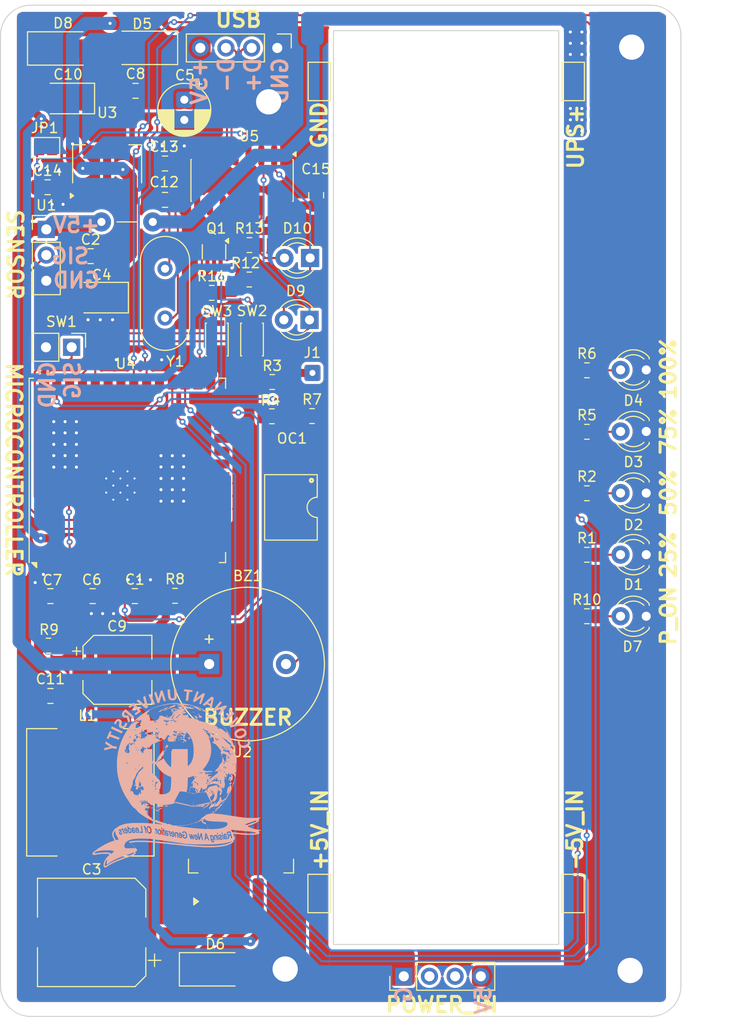
<source format=kicad_pcb>
(kicad_pcb (version 20241229) (generator "pcbnew") (generator_version "9.0")
  (layers (0 "F.Cu" signal) (2 "B.Cu" signal) (13 "F.Paste" user) (15 "B.Paste" user) (5 "F.SilkS" user "F.Silkscreen") (7 "B.SilkS" user "B.Silkscreen") (1 "F.Mask" user) (3 "B.Mask" user) (25 "Edge.Cuts" user))
  (net 0 "")
  (net 1 "Net-(BZ1--)")
  (net 2 "VCC")
  (net 3 "GND")
  (net 4 "/GPIO34")
  (net 5 "/EN")
  (net 6 "+3.3V")
  (net 7 "Net-(D8-A)")
  (net 8 "Net-(U5-Xi)")
  (net 9 "Net-(U5-Xo)")
  (net 10 "Net-(JP1-A)")
  (net 11 "Net-(D1-A)")
  (net 12 "Net-(D2-A)")
  (net 13 "Net-(D3-A)")
  (net 14 "Net-(D4-A)")
  (net 15 "Net-(D6-K)")
  (net 16 "Net-(D7-A)")
  (net 17 "/GPIO1{slash}TX")
  (net 18 "Net-(D9-A)")
  (net 19 "Net-(D10-A)")
  (net 20 "/GPIO3{slash}RX")
  (net 21 "+BATT")
  (net 22 "/+")
  (net 23 "/-")
  (net 24 "Net-(OC1-Pad1)")
  (net 25 "/RTS")
  (net 26 "/DTR")
  (net 27 "/GPIO0")
  (net 28 "/GPIO16")
  (net 29 "/GPIO17")
  (net 30 "/GPIO18")
  (net 31 "/GPIO19")
  (net 32 "/GPIO23")
  (net 33 "/GPIO27")
  (net 34 "/GPIO2")
  (net 35 "/GPIO26")
  (net 36 "/SCL")
  (net 38 "/GPIO35")
  (net 40 "/GPIO25")
  (net 41 "/GPIO14")
  (net 43 "/GPIO15")
  (net 46 "/CS")
  (net 47 "/GPIO4")
  (net 48 "/GPIO13")
  (net 49 "/GPIO12")
  (net 50 "/GPIO39")
  (net 51 "/SDA")
  (net 52 "/GPIO33")
  (net 54 "/GPIO36")
  (net 56 "/GPIO32")
  (net 62 "Net-(D5-K)")
  (net 63 "Net-(J10-Pin_1)")
  (net 64 "Net-(J10-Pin_4)")
  (footprint "Resistor_SMD:R_0805_2012Metric" (layer "F.Cu") (at 163.5775 95.49)
    (property "Reference" "R6")
    (property "Value" "330R")
  )
  (footprint "Button_Switch_SMD:SW_SPST_CK_KXT3" (layer "F.Cu") (at 126.96 92.445 90)
    (property "Reference" "SW3")
    (property "Value" "FLASH")
  )
  (footprint "Diode_SMD:D_SMA" (layer "F.Cu") (at 119.57 63.59 180)
    (property "Reference" "D5")
    (property "Value" "1N5819")
  )
  (footprint "Crystal:Crystal_HC49-4H_Vertical" (layer "F.Cu") (at 121.83 85.44 -90)
    (property "Reference" "Y1")
    (property "Value" "12MHz")
  )
  (footprint "Capacitor_SMD:C_0805_2012Metric_Pad1.18x1.45mm_HandSolder" (layer "F.Cu") (at 114.666667 117.83 180)
    (property "Reference" "C6")
    (property "Value" "470nF")
  )
  (footprint "Package_SO:SOIC-16_3.9x9.9mm_P1.27mm" (layer "F.Cu") (at 129.455 76.71 -90)
    (property "Reference" "U5")
    (property "Value" "CH340C")
  )
  (footprint "Resistor_SMD:R_0805_2012Metric" (layer "F.Cu") (at 122.82 117.8)
    (property "Reference" "R8")
    (property "Value" "330R")
  )
  (footprint "Capacitor_Tantalum_SMD:CP_EIA-3528-21_Kemet-B_HandSolder" (layer "F.Cu") (at 115.56 88.3 180)
    (property "Reference" "C4")
    (property "Value" "4.7uF/16V")
  )
  (footprint "LED_THT:LED_D3.0mm" (layer "F.Cu") (at 136.19 84.38 180)
    (property "Reference" "D10")
    (property "Value" "Green")
  )
  (footprint "Capacitor_SMD:C_0805_2012Metric_Pad1.18x1.45mm_HandSolder" (layer "F.Cu") (at 118.843333 117.83 180)
    (property "Reference" "C1")
    (property "Value" "100nF")
  )
  (footprint "Resistor_SMD:R_0805_2012Metric" (layer "F.Cu") (at 136.38 100.02)
    (property "Reference" "R7")
    (property "Value" "10k")
  )
  (footprint "Resistor_SMD:R_0805_2012Metric" (layer "F.Cu") (at 130.17 86.51)
    (property "Reference" "R12")
    (property "Value" "330R")
  )
  (footprint "Capacitor_SMD:C_0805_2012Metric_Pad1.18x1.45mm_HandSolder" (layer "F.Cu") (at 118.9125 67.84)
    (property "Reference" "C8")
    (property "Value" "100nF")
  )
  (footprint "TestPoint:TestPoint_Keystone_5015_Micro_Mini" (layer "F.Cu") (at 162.21 147.25 90)
    (property "Reference" "J4" (hide yes))
    (property "Value" "-IN")
  )
  (footprint "Buzzer_Beeper:Buzzer_15x7.5RM7.6" (layer "F.Cu") (at 126.2025 124.55)
    (property "Reference" "BZ1")
    (property "Value" "Buzzer")
  )
  (footprint "Capacitor_SMD:C_0805_2012Metric_Pad1.18x1.45mm_HandSolder" (layer "F.Cu") (at 110.21 77.38 180)
    (property "Reference" "C14")
    (property "Value" "100nF")
  )
  (footprint "Capacitor_SMD:C_0805_2012Metric_Pad1.18x1.45mm_HandSolder" (layer "F.Cu") (at 121.83 75.03 180)
    (property "Reference" "C13")
    (property "Value" "22pF")
  )
  (footprint "Connector_PinHeader_2.54mm:PinHeader_1x03_P2.54mm_Vertical" (layer "F.Cu") (at 110.08 81.55)
    (property "Reference" "U1")
    (property "Value" "PIR_Sensor")
  )
  (footprint "Resistor_SMD:R_0805_2012Metric" (layer "F.Cu") (at 110.29 122.73 180)
    (property "Reference" "R9")
    (property "Value" "10k")
  )
  (footprint "Resistor_SMD:R_0805_2012Metric" (layer "F.Cu") (at 163.5775 101.5725)
    (property "Reference" "R5")
    (property "Value" "330R")
  )
  (footprint "Package_TO_SOT_SMD:SOT-363_SC-70-6" (layer "F.Cu") (at 126.68 83.76 -90)
    (property "Reference" "Q1")
    (property "Value" "UMH3N")
  )
  (footprint "Diode_SMD:D_SMA" (layer "F.Cu") (at 126.76 154.75)
    (property "Reference" "D6")
    (property "Value" "1N5824")
  )
  (footprint "Capacitor_SMD:C_0805_2012Metric_Pad1.18x1.45mm_HandSolder" (layer "F.Cu") (at 110.49 127.71)
    (property "Reference" "C11")
    (property "Value" "100nF")
  )
  (footprint "TestPoint:TestPoint_Keystone_5015_Micro_Mini" (layer "F.Cu") (at 162.23 66.915 90)
    (property "Reference" "J7" (hide yes))
    (property "Value" "+5V")
  )
  (footprint "Jumper:SolderJumper-2_P1.3mm_Open_Pad1.0x1.5mm" (layer "F.Cu") (at 110.01 73.46)
    (property "Reference" "JP1")
    (property "Value" "~")
  )
  (footprint "MountingHole:MountingHole_2.5mm_Pad" (layer "F.Cu") (at 132.09 68.93)
    (property "Reference" "REF**" (hide yes))
    (property "Value" "MountingHole_2.5mm_Pad")
  )
  (footprint "Capacitor_SMD:CP_Elec_10x12.5" (layer "F.Cu") (at 114.57 151.1 180)
    (property "Reference" "C3")
    (property "Value" "680uF_35V")
  )
  (footprint "MountingHole:MountingHole_2.5mm_Pad" (layer "F.Cu") (at 133.72 154.72)
    (property "Reference" "REF**" (hide yes))
    (property "Value" "MountingHole_2.5mm_Pad")
  )
  (footprint "Connector_PinHeader_2.54mm:PinHeader_1x04_P2.54mm_Vertical" (layer "F.Cu") (at 132.94 63.6 -90)
    (property "Reference" "J9" (hide yes))
    (property "Value" "USB_C Conn")
  )
  (footprint "Capacitor_SMD:C_0805_2012Metric_Pad1.18x1.45mm_HandSolder" (layer "F.Cu") (at 121.83 78.63 180)
    (property "Reference" "C12")
    (property "Value" "22pF")
  )
  (footprint "LED_THT:LED_D3.0mm" (layer "F.Cu") (at 169.45 95.45 180)
    (property "Reference" "D4")
    (property "Value" "Red")
  )
  (footprint "Package_TO_SOT_SMD:TO-263-5_TabPin6" (layer "F.Cu") (at 129.35 140.39 90)
    (property "Reference" "U2")
    (property "Value" "LM2596S-3.3V")
  )
  (footprint "Capacitor_SMD:C_0805_2012Metric_Pad1.18x1.45mm_HandSolder" (layer "F.Cu") (at 136.79 78.17 90)
    (property "Reference" "C15")
    (property "Value" "100nF")
  )
  (footprint "Connector_Wire:SolderWire-0.1sqmm_1x01_D0.4mm_OD1mm" (layer "F.Cu") (at 136.42 95.75)
    (property "Reference" "J1")
    (property "Value" "BSENS")
  )
  (footprint "RF_Module:ESP32-WROOM-32U" (layer "F.Cu") (at 118.105 105.39 90)
    (property "Reference" "U4")
    (property "Value" "ESP32-WROOM")
  )
  (footprint "Resistor_SMD:R_0805_2012Metric" (layer "F.Cu") (at 163.5775 107.655)
    (property "Reference" "R2")
    (property "Value" "330R")
  )
  (footprint "TestPoint:TestPoint_Keystone_5015_Micro_Mini" (layer "F.Cu") (at 137.095 66.915 90)
    (property "Reference" "J8" (hide yes))
    (property "Value" "-5V")
  )
  (footprint "Capacitor_Tantalum_SMD:CP_EIA-3528-21_Kemet-B_HandSolder" (layer "F.Cu") (at 112.2125 68.6 180)
    (property "Reference" "C10")
    (property "Value" "4.7uF/16V")
  )
  (footprint "Resistor_SMD:R_0805_2012Metric" (layer "F.Cu") (at 163.5775 113.7375)
    (property "Reference" "R1")
    (property "Value" "330R")
  )
  (footprint "Diode_SMD:D_SMA" (layer "F.Cu") (at 111.7325 63.65)
    (property "Reference" "D8")
    (property "Value" "1N5819")
  )
  (footprint "LED_THT:LED_D3.0mm" (layer "F.Cu") (at 136.13 90.5 180)
    (property "Reference" "D9")
    (property "Value" "Red")
  )
  (footprint "Button_Switch_SMD:SW_SPST_CK_KXT3" (layer "F.Cu") (at 130.44 92.445 90)
    (property "Reference" "SW2")
    (property "Value" "RESET")
  )
  (footprint "Package_TO_SOT_SMD:SOT-223-3_TabPin2" (layer "F.Cu") (at 116.1 75.09 90)
    (property "Reference" "U3")
    (property "Value" "AMS1117-3.3")
  )
  (footprint "Capacitor_THT:CP_Radial_D5.0mm_P2.00mm" (layer "F.Cu") (at 123.74 68.72 -90)
    (property "Reference" "C5")
    (property "Value" "10uF_16V")
  )
  (footprint "LED_THT:LED_D3.0mm" (layer "F.Cu") (at 169.45 113.7275 180)
    (property "Reference" "D1")
    (property "Value" "Red")
  )
  (footprint "MountingHole:MountingHole_2.5mm_Pad" (layer "F.Cu") (at 167.86 154.865)
    (property "Reference" "REF**" (hide yes))
    (property "Value" "MountingHole_2.5mm_Pad")
  )
  (footprint "Resistor_SMD:R_0805_2012Metric" (layer "F.Cu") (at 132.44 96.65 180)
    (property "Reference" "R3")
    (property "Value" "10k")
  )
  (footprint "Resistor_SMD:R_0805_2012Metric" (layer "F.Cu") (at 163.5775 119.82)
    (property "Reference" "R10")
    (property "Value" "330R")
  )
  (footprint "Resistor_SMD:R_0805_2012Metric" (layer "F.Cu") (at 132.4075 100.04 180)
    (property "Reference" "R4")
    (property "Value" "20k")
  )
  (footprint "Resistor_SMD:R_0805_2012Metric" (layer "F.Cu") (at 130.1875 83.1)
    (property "Reference" "R13")
    (property "Value" "330R")
  )
  (footprint "LED_THT:LED_D3.0mm" (layer "F.Cu") (at 169.45 107.635 180)
    (property "Reference" "D2")
    (property "Value" "Red")
  )
  (footprint "Inductor_SMD:L_12x12mm_H6mm" (layer "F.Cu") (at 114.44 137.24 90)
    (property "Reference" "L1")
    (property "Value" "33uH")
  )
  (footprint "Connector_PinHeader_2.54mm:PinHeader_1x04_P2.54mm_Vertical" (layer "F.Cu") (at 145.46 155.44 90)
    (property "Reference" "J10" (hide yes))
    (property "Value" "USB_C Conn")
  )
  (footprint "Capacitor_SMD:CP_Elec_6.3x7.7" (layer "F.Cu") (at 117.12 125.12)
    (property "Reference" "C9")
    (property "Value" "220uF_16V")
  )
  (footprint "Capacitor_SMD:C_0805_2012Metric_Pad1.18x1.45mm_HandSolder" (layer "F.Cu") (at 114.47 84.2 180)
    (property "Reference" "C2")
    (property "Value" "100nF")
  )
  (footprint "PCM_Package_DIP_AKL:SMDIP-4_W9.53mm" (layer "F.Cu") (at 134.29 109.05 -90)
    (property "Reference" "OC1")
    (property "Value" "PC817XI" (hide yes))
  )
  (footprint "TestPoint:TestPoint_Keystone_5015_Micro_Mini" (layer "F.Cu") (at 137.07 147.25 90)
    (property "Reference" "J3" (hide yes))
    (property "Value" "+IN")
  )
  (footprint "Connector_PinHeader_2.54mm:PinHeader_1x02_P2.54mm_Vertical" (layer "F.Cu") (at 112.59 93.21 -90)
    (property "Reference" "SW1")
    (property "Value" "SW_Push")
  )
  (footprint "Capacitor_SMD:C_0805_2012Metric_Pad1.18x1.45mm_HandSolder" (layer "F.Cu") (at 110.49 117.83)
    (property "Reference" "C7")
    (property "Value" "100nF")
  )
  (footprint "LED_THT:LED_D3.0mm" (layer "F.Cu") (at 169.45 119.82 180)
    (property "Reference" "D7")
    (property "Value" "Red")
  )
  (footprint "PCM_SL_Jumpers:JUP_P5.08mm" (layer "F.Cu") (at 118.08 80.81)
    (property "Reference" "REF**" (hide yes))
    (property "Value" "JUP_P5.08mm")
  )
  (footprint "MountingHole:MountingHole_2.5mm_Pad" (layer "F.Cu") (at 168.01 63.52)
    (property "Reference" "REF**" (hide yes))
    (property "Value" "MountingHole_2.5mm_Pad")
  )
  (footprint "Resistor_SMD:R_0805_2012Metric" (layer "F.Cu") (at 126.45 87.83)
    (property "Reference" "R11")
    (property "Value" "10k")
  )
  (footprint "LED_THT:LED_D3.0mm" (layer "F.Cu") (at 169.45 101.5425 180)
    (property "Reference" "D3")
    (property "Value" "Red")
  )
  (footprint "logo:CULogo" (layer "B.Cu") (at 122.89 135.69 180)
    (property "Reference" "G***" (hide yes))
    (property "Value" "LOGO" (hide yes))
  )
  (gr_line (start 172.88 62.37) (end 172.88 156.41) (stroke (width 0.1)) (layer "Edge.Cuts"))
  (gr_line (start 108.55 59.37) (end 169.88 59.37) (stroke (width 0.1)) (layer "Edge.Cuts"))
  (gr_line (start 169.88 159.41) (end 108.55 159.41) (stroke (width 0.1)) (layer "Edge.Cuts"))
  (gr_arc (start 105.55 62.37) (mid 106.42868 60.24868) (end 108.55 59.37) (stroke (width 0.1)) (layer "Edge.Cuts"))
  (gr_rect (start 138.495 61.89) (end 160.795 152.29) (stroke (width 0.1)) (fill no) (layer "Edge.Cuts"))
  (gr_arc (start 169.88 59.37) (mid 172.00132 60.24868) (end 172.88 62.37) (stroke (width 0.1)) (layer "Edge.Cuts"))
  (gr_line (start 105.55 156.41) (end 105.55 62.37) (stroke (width 0.1)) (layer "Edge.Cuts"))
  (gr_arc (start 172.88 156.41) (mid 172.00132 158.53132) (end 169.88 159.41) (stroke (width 0.1)) (layer "Edge.Cuts"))
  (gr_arc (start 108.55 159.41) (mid 106.42868 158.53132) (end 105.55 156.41) (stroke (width 0.1)) (layer "Edge.Cuts"))
  (gr_text "25%" (at 172.52 116.2 90) (layer "F.SilkS") (effects (font (size 1.5 1.5) (thickness 0.3) (bold yes)) (justify left bottom)))
  (gr_text "MICROCONTROLLER" (at 105.99 94.57 270) (layer "F.SilkS") (effects (font (size 1.5 1.5) (thickness 0.3) (bold yes)) (justify left bottom)))
  (gr_text "USB" (at 126.65 61.67 0) (layer "F.SilkS") (effects (font (size 1.5 1.5) (thickness 0.3) (bold yes)) (justify left bottom)))
  (gr_text "P_ON" (at 172.52 122.85 90) (layer "F.SilkS") (effects (font (size 1.5 1.5) (thickness 0.3) (bold yes)) (justify left bottom)))
  (gr_text "100%" (at 172.52 98.57 90) (layer "F.SilkS") (effects (font (size 1.5 1.5) (thickness 0.3) (bold yes)) (justify left bottom)))
  (gr_text "50%" (at 172.52 110.09 90) (layer "F.SilkS") (effects (font (size 1.5 1.5) (thickness 0.3) (bold yes)) (justify left bottom)))
  (gr_text "POWER_IN" (at 143.5 159.13 0) (layer "F.SilkS") (effects (font (size 1.5 1.5) (thickness 0.3) (bold yes)) (justify left bottom)))
  (gr_text "-5V_IN" (at 163.27 145.14 90) (layer "F.SilkS") (effects (font (size 1.5 1.5) (thickness 0.3) (bold yes)) (justify left bottom)))
  (gr_text "GND" (at 137.96 73.72 90) (layer "F.SilkS") (effects (font (size 1.5 1.5) (thickness 0.3) (bold yes)) (justify left bottom)))
  (gr_text "BUZZER" (at 125.43 130.71 0) (layer "F.SilkS") (effects (font (size 1.5 1.5) (thickness 0.3) (bold yes)) (justify left bottom)))
  (gr_text "UPS+" (at 163.35 75.75 90) (layer "F.SilkS") (effects (font (size 1.5 1.5) (thickness 0.3) (bold yes)) (justify left bottom)))
  (gr_text "75%" (at 172.52 104.01 90) (layer "F.SilkS") (effects (font (size 1.5 1.5) (thickness 0.3) (bold yes)) (justify left bottom)))
  (gr_text "+5V_IN" (at 138.02 145.14 90) (layer "F.SilkS") (effects (font (size 1.5 1.5) (thickness 0.3) (bold yes)) (justify left bottom)))
  (gr_text "SENSOR" (at 106.08 79.42 270) (layer "F.SilkS") (effects (font (size 1.5 1.5) (thickness 0.3) (bold yes)) (justify left bottom)))
  (gr_text "SIG" (at 112.462857 84.19 0) (layer "B.SilkS") (effects (font (size 1.5 1.5) (thickness 0.3) (bold yes)) (justify mirror)))
  (gr_text "5V" (at 153.32 157.82 90) (layer "B.SilkS") (effects (font (size 1.5 1.5) (thickness 0.3) (bold yes)) (justify mirror)))
  (gr_text "GND" (at 110.19 96.934286 90) (layer "B.SilkS") (effects (font (size 1.5 1.5) (thickness 0.3) (bold yes)) (justify mirror)))
  (gr_text "GND" (at 113.07 86.59 0) (layer "B.SilkS") (effects (font (size 1.5 1.5) (thickness 0.3) (bold yes)) (justify mirror)))
  (gr_text "GND" (at 133.22 66.887143 90) (layer "B.SilkS") (effects (font (size 1.5 1.5) (thickness 0.3) (bold yes)) (justify mirror)))
  (gr_text "+5V" (at 125.21 66.887142 90) (layer "B.SilkS") (effects (font (size 1.5 1.5) (thickness 0.3) (bold yes)) (justify mirror)))
  (gr_text "+5V" (at 113.07 81.1 0) (layer "B.SilkS") (effects (font (size 1.5 1.5) (thickness 0.3) (bold yes)) (justify mirror)))
  (gr_text "D-" (at 127.88 66.28 90) (layer "B.SilkS") (effects (font (size 1.5 1.5) (thickness 0.3) (bold yes)) (justify mirror)))
  (gr_text "SIG" (at 112.68 96.47 90) (layer "B.SilkS") (effects (font (size 1.5 1.5) (thickness 0.3) (bold yes)) (justify mirror)))
  (gr_text "D+" (at 130.51 66.28 90) (layer "B.SilkS") (effects (font (size 1.5 1.5) (thickness 0.3) (bold yes)) (justify mirror)))
  (gr_text "G" (at 145.47 157.212857 90) (layer "B.SilkS") (effects (font (size 1.5 1.5) (thickness 0.3) (bold yes)) (justify mirror)))
  (segment (start 134.53 124.55) (end 135.56 123.52) (width 0.2) (layer "F.Cu") (net 1))
  (segment (start 133.8025 124.55) (end 134.53 124.55) (width 0.2) (layer "F.Cu") (net 1))
  (segment (start 135.56 123.52) (end 135.56 113.815) (width 0.2) (layer "F.Cu") (net 1))
  (segment (start 107.39 113) (end 107.38 112.99) (width 1.3) (layer "F.Cu") (net 2))
  (segment (start 113.4425 84.19) (end 113.4425 81.9725) (width 1.3) (layer "F.Cu") (net 2))
  (segment (start 107.38 112.99) (end 107.38 82.75) (width 1.3) (layer "F.Cu") (net 2))
  (segment (start 113.02 81.55) (end 110.08 81.55) (width 1.3) (layer "F.Cu") (net 2))
  (segment (start 113.4425 81.9725) (end 113.02 81.55) (width 1.3) (layer "F.Cu") (net 2))
  (segment (start 113.4425 84.19) (end 113.4425 81.6175) (width 1.3) (layer "F.Cu") (net 2))
  (segment (start 107.39 115.17) (end 107.39 113) (width 1.3) (layer "F.Cu") (net 2))
  (segment (start 113.4325 84.2) (end 113.4425 84.19) (width 1.3) (layer "F.Cu") (net 2))
  (segment (start 115.54 80.81) (end 114.25 80.81) (width 1.3) (layer "F.Cu") (net 2))
  (segment (start 107.38 82.75) (end 108.58 81.55) (width 1.3) (layer "F.Cu") (net 2))
  (segment (start 113.4425 81.6175) (end 114.25 80.81) (width 1.3) (layer "F.Cu") (net 2))
  (segment (start 108.58 81.55) (end 110.08 81.55) (width 1.3) (layer "F.Cu") (net 2))
  (segment (start 114.25 80.81) (end 110.82 80.81) (width 1.3) (layer "F.Cu") (net 2))
  (segment (start 110.82 80.81) (end 110.08 81.55) (width 1.3) (layer "F.Cu") (net 2))
  (via (at 161.94 71.81) (size 1) (drill 0.3) (layers "F.Cu" "B.Cu") (net 2))
  (via (at 163.08 62.02) (size 1) (drill 0.3) (layers "F.Cu" "B.Cu") (net 2))
  (via (at 161.94 70.71) (size 1) (drill 0.3) (layers "F.Cu" "B.Cu") (net 2))
  (via (at 163.08 63.14) (size 1) (drill 0.3) (layers "F.Cu" "B.Cu") (net 2))
  (via (at 161.94 62.02) (size 1) (drill 0.3) (layers "F.Cu" "B.Cu") (net 2))
  (via (at 161.94 69.59) (size 1) (drill 0.3) (layers "F.Cu" "B.Cu") (net 2))
  (via (at 107.39 115.17) (size 1) (drill 0.3) (layers "F.Cu" "B.Cu") (net 2))
  (via (at 161.94 63.14) (size 1) (drill 0.3) (layers "F.Cu" "B.Cu") (net 2))
  (via (at 163.08 64.24) (size 1) (drill 0.3) (layers "F.Cu" "B.Cu") (net 2))
  (via (at 163.08 69.59) (size 1) (drill 0.3) (layers "F.Cu" "B.Cu") (net 2))
  (via (at 161.94 64.24) (size 1) (drill 0.3) (layers "F.Cu" "B.Cu") (net 2))
  (via (at 163.08 71.81) (size 1) (drill 0.3) (layers "F.Cu" "B.Cu") (net 2))
  (via (at 163.08 70.71) (size 1) (drill 0.3) (layers "F.Cu" "B.Cu") (net 2))
  (segment (start 107.39 122.3) (end 109.64 124.55) (width 1.3) (layer "B.Cu") (net 2))
  (segment (start 107.39 115.17) (end 107.39 122.3) (width 1.3) (layer "B.Cu") (net 2))
  (segment (start 133.79 74.22) (end 136.47 71.54) (width 1.3) (layer "B.Cu") (net 2))
  (segment (start 130.78 74.22) (end 133.79 74.22) (width 1.3) (layer "B.Cu") (net 2))
  (segment (start 110.82 80.81) (end 110.08 81.55) (width 1.3) (layer "B.Cu") (net 2))
  (segment (start 115.54 80.81) (end 110.82 80.81) (width 1.3) (layer "B.Cu") (net 2))
  (segment (start 137.281 60.739) (end 161.27176 60.739) (width 1.3) (layer "B.Cu") (net 2))
  (segment (start 124.19 80.81) (end 130.78 74.22) (width 1.3) (layer "B.Cu") (net 2))
  (segment (start 109.64 124.55) (end 126.2025 124.55) (width 1.3) (layer "B.Cu") (net 2))
  (segment (start 120.62 80.81) (end 124.19 80.81) (width 1.3) (layer "B.Cu") (net 2))
  (segment (start 136.47 61.55) (end 137.281 60.739) (width 1.3) (layer "B.Cu") (net 2))
  (segment (start 136.47 71.54) (end 136.47 61.55) (width 1.3) (layer "B.Cu") (net 2))
  (segment (start 161.946 61.41324) (end 161.946 62.014) (width 1.3) (layer "B.Cu") (net 2))
  (segment (start 161.27176 60.739) (end 161.946 61.41324) (width 1.3) (layer "B.Cu") (net 2))
  (via (at 123.67 105.05) (size 1) (drill 0.3) (layers "F.Cu" "B.Cu") (net 3))
  (via (at 123.67 107.3) (size 1) (drill 0.3) (layers "F.Cu" "B.Cu") (net 3))
  (via (at 111.94 101.68) (size 1) (drill 0.3) (layers "F.Cu" "B.Cu") (net 3))
  (via (at 122.62 73.29) (size 1) (drill 0.3) (layers "F.Cu" "B.Cu") (net 3))
  (via (at 113.06 100.57) (size 1) (drill 0.3) (layers "F.Cu" "B.Cu") (net 3))
  (via (at 111.94 105.07) (size 1) (drill 0.3) (layers "F.Cu" "B.Cu") (net 3))
  (via (at 116.74 119.56) (size 1) (drill 0.3) (layers "F.Cu" "B.Cu") (net 3))
  (via (at 122.55 105.05) (size 1) (drill 0.3) (layers "F.Cu" "B.Cu") (net 3))
  (via (at 110.82 102.82) (size 1) (drill 0.3) (layers "F.Cu" "B.Cu") (net 3))
  (via (at 123.67 103.94) (size 1) (drill 0.3) (layers "F.Cu" "B.Cu") (net 3))
  (via (at 122.55 107.3) (size 1) (drill 0.3) (layers "F.Cu" "B.Cu") (net 3))
  (via (at 120.39 116.21) (size 1) (drill 0.3) (layers "F.Cu" "B.Cu") (net 3))
  (via (at 111.94 102.82) (size 1) (drill 0.3) (layers "F.Cu" "B.Cu") (net 3))
  (via (at 121.43 105.05) (size 1) (drill 0.3) (layers "F.Cu" "B.Cu") (net 3))
  (via (at 123.74 73.29) (size 1) (drill 0.3) (layers "F.Cu" "B.Cu") (net 3))
  (via (at 113.06 101.68) (size 1) (drill 0.3) (layers "F.Cu" "B.Cu") (net 3))
  (via (at 111.94 100.57) (size 1) (drill 0.3) (layers "F.Cu" "B.Cu") (net 3))
  (via (at 113.06 103.93) (size 1) (drill 0.3) (layers "F.Cu" "B.Cu") (net 3))
  (via (at 110.82 101.68) (size 1) (drill 0.3) (layers "F.Cu" "B.Cu") (net 3))
  (via (at 123.67 106.19) (size 1) (drill 0.3) (layers "F.Cu" "B.Cu") (net 3))
  (via (at 121.43 108.44) (size 1) (drill 0.3) (layers "F.Cu" "B.Cu") (net 3))
  (via (at 116.64 90.49) (size 1) (drill 0.3) (layers "F.Cu" "B.Cu") (net 3))
  (via (at 122.55 106.19) (size 1) (drill 0.3) (layers "F.Cu" "B.Cu") (net 3))
  (via (at 111.32 75.73) (size 1) (drill 0.3) (layers "F.Cu" "B.Cu") (net 3))
  (via (at 113.06 105.07) (size 1) (drill 0.3) (layers "F.Cu" "B.Cu") (net 3))
  (via (at 122.55 103.94) (size 1) (drill 0.3) (layers "F.Cu" "B.Cu") (net 3))
  (via (at 121.5 94.45) (size 1) (drill 0.3) (layers "F.Cu" "B.Cu") (net 3))
  (via (at 114.54 119.56) (size 1) (drill 0.3) (layers "F.Cu" "B.Cu") (net 3))
  (via (at 123.67 108.44) (size 1) (drill 0.3) (layers "F.Cu" "B.Cu") (net 3))
  (via (at 110.82 105.07) (size 1) (drill 0.3) (layers "F.Cu" "B.Cu") (net 3))
  (via (at 118.19 116.21) (size 1) (drill 0.3) (layers "F.Cu" "B.Cu") (net 3))
  (via (at 115.42 90.49) (size 1) (drill 0.3) (layers "F.Cu" "B.Cu") (net 3))
  (via (at 111.94 103.93) (size 1) (drill 0.3) (layers "F.Cu" "B.Cu") (net 3))
  (via (at 110.65 79.07) (size 1) (drill 0.3) (layers "F.Cu" "B.Cu") (net 3))
  (via (at 111.74 79.07) (size 1) (drill 0.3) (layers "F.Cu" "B.Cu") (net 3))
  (via (at 121.55 73.29) (size 1) (drill 0.3) (layers "F.Cu" "B.Cu") (net 3))
  (via (at 110.82 100.57) (size 1) (drill 0.3) (layers "F.Cu" "B.Cu") (net 3))
  (via (at 121.43 107.3) (size 1) (drill 0.3) (layers "F.Cu" "B.Cu") (net 3))
  (via (at 110.22 75.73) (size 1) (drill 0.3) (layers "F.Cu" "B.Cu") (net 3))
  (via (at 108.98 116.49) (size 1) (drill 0.3) (layers "F.Cu" "B.Cu") (net 3))
  (via (at 114.21 90.49) (size 1) (drill 0.3) (layers "F.Cu" "B.Cu") (net 3))
  (via (at 110.82 103.93) (size 1) (drill 0.3) (layers "F.Cu" "B.Cu") (net 3))
  (via (at 115.66 119.56) (size 1) (drill 0.3) (layers "F.Cu" "B.Cu") (net 3))
  (via (at 113.06 102.82) (size 1) (drill 0.3) (layers "F.Cu" "B.Cu") (net 3))
  (via (at 117.01 94.44) (size 1) (drill 0.3) (layers "F.Cu" "B.Cu") (net 3))
  (via (at 121.43 103.94) (size 1) (drill 0.3) (layers "F.Cu" "B.Cu") (net 3))
  (via (at 109.79 115.68) (size 1) (drill 0.3) (layers "F.Cu" "B.Cu") (net 3))
  (via (at 121.43 106.19) (size 1) (drill 0.3) (layers "F.Cu" "B.Cu") (net 3))
  (via (at 122.55 108.44) (size 1) (drill 0.3) (layers "F.Cu" "B.Cu") (net 3))
  (via (at 119.31 116.21) (size 1) (drill 0.3) (layers "F.Cu" "B.Cu") (net 3))
  (segment (start 116.2 116.224167) (end 116.2 114.14) (width 0.2) (layer "F.Cu") (net 4))
  (segment (start 117.805833 117.83) (end 116.2 116.224167) (width 0.2) (layer "F.Cu") (net 4))
  (segment (start 117.85 117.874167) (end 117.805833 117.83) (width 0.2) (layer "F.Cu") (net 4))
  (segment (start 131.495 100.04) (end 131.495 117.865) (width 0.2) (layer "F.Cu") (net 4))
  (segment (start 117.85 119.23) (end 117.85 117.874167) (width 0.2) (layer "F.Cu") (net 4))
  (segment (start 129.24 120.12) (end 123.23 120.12) (width 0.2) (layer "F.Cu") (net 4))
  (segment (start 131.495 100.04) (end 131.495 96.6825) (width 0.2) (layer "F.Cu") (net 4))
  (segment (start 131.495 117.865) (end 130.05 119.31) (width 0.2) (layer "F.Cu") (net 4))
  (segment (start 131.495 96.6825) (end 131.5275 96.65) (width 0.2) (layer "F.Cu") (net 4))
  (segment (start 130.05 119.31) (end 129.24 120.12) (width 0.2) (layer "F.Cu") (net 4))
  (via (at 123.23 120.12) (size 0.6) (drill 0.3) (layers "F.Cu" "B.Cu") (net 4))
  (via (at 117.85 119.23) (size 0.6) (drill 0.3) (layers "F.Cu" "B.Cu") (net 4))
  (segment (start 117.85 119.65) (end 117.85 119.23) (width 0.2) (layer "B.Cu") (net 4))
  (segment (start 118.32 120.12) (end 117.91 119.71) (width 0.2) (layer "B.Cu") (net 4))
  (segment (start 123.23 120.12) (end 118.32 120.12) (width 0.2) (layer "B.Cu") (net 4))
  (segment (start 117.91 119.71) (end 117.85 119.65) (width 0.2) (layer "B.Cu") (net 4))
  (segment (start 121.305 98.385) (end 121.305 98.398) (width 0.2) (layer "F.Cu") (net 5))
  (segment (start 130.44 90.82) (end 130.44 88.93) (width 0.2) (layer "F.Cu") (net 5))
  (segment (start 113.629167 119.100833) (end 113.629167 117.83) (width 0.2) (layer "F.Cu") (net 5))
  (segment (start 113.629167 116.929167) (end 113.629167 117.83) (width 0.2) (layer "F.Cu") (net 5))
  (segment (start 130.44 88.93) (end 130 88.49) (width 0.2) (layer "F.Cu") (net 5))
  (segment (start 112.33 107.373) (end 112.33 109.51) (width 0.2) (layer "F.Cu") (net 5))
  (segment (start 112.39 112.47) (end 112.39 114.14) (width 0.2) (layer "F.Cu") (net 5))
  (segment (start 127.39 85.7) (end 127.33 85.64) (width 0.2) (layer "F.Cu") (net 5))
  (segment (start 112.39 114.14) (end 112.39 115.69) (width 0.2) (layer "F.Cu") (net 5))
  (segment (start 112.39 115.69) (end 113.629167 116.929167) (width 0.2) (layer "F.Cu") (net 5))
  (segment (start 111.2025 121.5275) (end 113.629167 119.100833) (width 0.2) (layer "F.Cu") (net 5))
  (segment (start 127.33 85.64) (end 127.33 84.71) (width 0.2) (layer "F.Cu") (net 5))
  (segment (start 121.305 98.398) (end 112.33 107.373) (width 0.2) (layer "F.Cu") (net 5))
  (segment (start 111.2025 122.73) (end 111.2025 121.5275) (width 0.2) (layer "F.Cu") (net 5))
  (segment (start 127.39 86.33) (end 127.39 85.7) (width 0.2) (layer "F.Cu") (net 5))
  (via (at 127.39 86.33) (size 0.6) (drill 0.3) (layers "F.Cu" "B.Cu") (net 5))
  (via (at 112.33 109.51) (size 0.6) (drill 0.3) (layers "F.Cu" "B.Cu") (net 5))
  (via (at 121.305 98.385) (size 0.6) (drill 0.3) (layers "F.Cu" "B.Cu") (net 5))
  (via (at 130 88.49) (size 0.6) (drill 0.3) (layers "F.Cu" "B.Cu") (net 5))
  (via (at 112.39 112.47) (size 0.6) (drill 0.3) (layers "F.Cu" "B.Cu") (net 5))
  (segment (start 130 88.49) (end 127.39 88.49) (width 0.2) (layer "B.Cu") (net 5))
  (segment (start 130 88.49) (end 130 88.31) (width 0.2) (layer "B.Cu") (net 5))
  (segment (start 127.39 88.49) (end 127.39 86.33) (width 0.2) (layer "B.Cu") (net 5))
  (segment (start 121.305 98.385) (end 121.995 97.695) (width 0.2) (layer "B.Cu") (net 5))
  (segment (start 127.39 96.26) (end 127.39 88.49) (width 0.2) (layer "B.Cu") (net 5))
  (segment (start 112.33 109.51) (end 112.33 112.41) (width 0.2) (layer "B.Cu") (net 5))
  (segment (start 112.33 112.41) (end 112.39 112.47) (width 0.2) (layer "B.Cu") (net 5))
  (segment (start 125.955 97.695) (end 127.39 96.26) (width 0.2) (layer "B.Cu") (net 5))
  (segment (start 121.995 97.695) (end 125.955 97.695) (width 0.2) (layer "B.Cu") (net 5))
  (segment (start 110.66 71.68) (end 110.66 73.46) (width 0.8) (layer "F.Cu") (net 6))
  (segment (start 111.5275 127.71) (end 113.48 127.71) (width 0.8) (layer "F.Cu") (net 6))
  (segment (start 129.2575 86.51) (end 129.2575 85.4) (width 0.8) (layer "F.Cu") (net 6))
  (segment (start 111.12 112.808) (end 110.422 112.11) (width 0.8) (layer "F.Cu") (net 6))
  (segment (start 111.5275 116.7525) (end 111.5275 117.83) (width 0.8) (layer "F.Cu") (net 6))
  (segment (start 120.9 121.07) (end 121.9075 120.0625) (width 0.8) (layer "F.Cu") (net 6))
  (segment (start 130.15237 81.699) (end 133.491 81.699) (width 0.8) (layer "F.Cu") (net 6))
  (segment (start 113.48 127.71) (end 114.44 128.67) (width 0.8) (layer "F.Cu") (net 6))
  (segment (start 109.3775 120.9525) (end 111.5275 118.8025) (width 0.8) (layer "F.Cu") (net 6))
  (segment (start 114.44 129.52) (end 114.44 132.29) (width 0.8) (layer "F.Cu") (net 6))
  (segment (start 111.5275 127.71) (end 113.67 127.71) (width 0.8) (layer "F.Cu") (net 6))
  (segment (start 129.275 83.1) (end 129.275 82.57637) (width 0.8) (layer "F.Cu") (net 6))
  (segment (start 136.7675 79.185) (end 136.79 79.2075) (width 0.8) (layer "F.Cu") (net 6))
  (segment (start 109.59 70.61) (end 110.66 71.68) (width 0.8) (layer "F.Cu") (net 6))
  (segment (start 108.96 66.52) (end 108.96 69.98) (width 0.8) (layer "F.Cu") (net 6))
  (segment (start 114.42 125.12) (end 114.42 132.27) (width 0.8) (layer "F.Cu") (net 6))
  (segment (start 113.67 127.71) (end 114.42 126.96) (width 0.8) (layer "F.Cu") (net 6))
  (segment (start 131.05 151.2) (end 130.28 151.97) (width 0.8) (layer "F.Cu") (net 6))
  (segment (start 114.42 125.12) (end 114.42 122.34) (width 0.8) (layer "F.Cu") (net 6))
  (segment (start 109.7325 65.7475) (end 108.96 66.52) (width 0.8) (layer "F.Cu") (net 6))
  (segment (start 111.5275 127.71) (end 111.5275 125.8675) (width 0.8) (layer "F.Cu") (net 6))
  (segment (start 111.5275 125.8675) (end 109.3775 123.7175) (width 0.8) (layer "F.Cu") (net 6))
  (segment (start 111.12 114.14) (end 111.12 112.808) (width 0.8) (layer "F.Cu") (net 6))
  (segment (start 128.48 85.4) (end 128.45 85.37) (width 0.8) (layer "F.Cu") (net 6))
  (segment (start 133.491 81.699) (end 133.9 81.29) (width 0.8) (layer "F.Cu") (net 6))
  (segment (start 133.9 79.185) (end 136.7675 79.185) (width 0.8) (layer "F.Cu") (net 6))
  (segment (start 129.2575 87.2825) (end 129.2575 86.51) (width 0.8) (layer "F.Cu") (net 6))
  (segment (start 111.12 114.14) (end 111.12 115.83) (width 0.8) (layer "F.Cu") (net 6))
  (segment (start 114.42 132.27) (end 114.44 132.29) (width 0.8) (layer "F.Cu") (net 6))
  (segment (start 133.9 81.29) (end 133.9 79.185) (width 0.8) (layer "F.Cu") (net 6))
  (segment (start 114.42 126.96) (end 114.42 125.12) (width 0.8) (layer "F.Cu") (net 6))
  (segment (start 129.2575 85.4) (end 128.48 85.4) (width 0.8) (layer "F.Cu") (net 6))
  (segment (start 127.3625 87.83) (end 128.71 87.83) (width 0.8) (layer "F.Cu") (net 6))
  (segment (start 111.5275 116.2375) (end 111.12 115.83) (width 0.8) (layer "F.Cu") (net 6))
  (segment (start 108.96 69.98) (end 109.59 70.61) (width 0.8) (layer "F.Cu") (net 6))
  (segment (start 114.44 128.67) (end 114.44 129.52) (width 0.8) (layer "F.Cu") (net 6))
  (segment (start 115.69 121.07) (end 120.9 121.07) (width 0.8) (layer "F.Cu") (net 6))
  (segment (start 109.3775 122.73) (end 109.3775 120.9525) (width 0.8) (layer "F.Cu") (net 6))
  (segment (start 111.5275 118.8025) (end 111.5275 117.83) (width 0.8) (layer "F.Cu") (net 6))
  (segment (start 129.2575 83.1175) (end 129.275 83.1) (width 0.8) (layer "F.Cu") (net 6))
  (segment (start 121.9075 120.0625) (end 121.9075 117.8) (width 0.8) (layer "F.Cu") (net 6))
  (segment (start 128.71 87.83) (end 129.2575 87.2825) (width 0.8) (layer "F.Cu") (net 6))
  (segment (start 111.5275 118.8025) (end 111.5275 116.2375) (width 0.8) (layer "F.Cu") (net 6))
  (segment (start 114.42 122.34) (end 115.69 121.07) (width 0.8) (layer "F.Cu") (net 6))
  (segment (start 109.7325 63.65) (end 109.7325 65.7475) (width 0.8) (layer "F.Cu") (net 6))
  (segment (start 129.275 82.57637) (end 130.15237 81.699) (width 0.8) (layer "F.Cu") (net 6))
  (segment (start 110.422 112.11) (end 109.53 112.11) (width 0.8) (layer "F.Cu") (net 6))
  (segment (start 109.3775 123.7175) (end 109.3775 122.73) (width 0.8) (layer "F.Cu") (net 6))
  (segment (start 131.05 148.04) (end 131.05 151.2) (width 0.8) (layer "F.Cu") (net 6))
  (segment (start 129.2575 85.4) (end 129.2575 83.1175) (width 0.8) (layer "F.Cu") (net 6))
  (via (at 109.53 112.11) (size 1) (drill 0.3) (layers "F.Cu" "B.Cu") (net 6))
  (via (at 114.44 129.52) (size 1) (drill 0.3) (layers "F.Cu" "B.Cu") (net 6))
  (via (at 128.45 85.37) (size 1) (drill 0.3) (layers "F.Cu" "B.Cu") (net 6))
  (via (at 130.28 151.97) (size 1) (drill 0.3) (layers "F.Cu" "B.Cu") (net 6))
  (via (at 109.59 70.61) (size 1) (drill 0.3) (layers "F.Cu" "B.Cu") (net 6))
  (segment (start 109.53 112.11) (end 109.29 112.11) (width 0.8) (layer "B.Cu") (net 6))
  (segment (start 128.409 85.329) (end 124.801 85.329) (width 0.8) (layer "B.Cu") (net 6))
  (segment (start 124.801 85.329) (end 123.55 86.58) (width 0.8) (layer "B.Cu") (net 6))
  (segment (start 130.28 151.97) (end 122.39 151.97) (width 0.8) (layer "B.Cu") (net 6))
  (segment (start 108.1715 110.9915) (end 108.1715 96.19) (width 0.8) (layer "B.Cu") (net 6))
  (segment (start 108.1715 96.19) (end 108.1715 72.0285) (width 0.8) (layer "B.Cu") (net 6))
  (segment (start 123.55 86.58) (end 123.55 94.45) (width 0.8) (layer "B.Cu") (net 6))
  (segment (start 120.91 150.49) (end 120.91 131.28) (width 0.8) (layer "B.Cu") (net 6))
  (segment (start 123.55 94.45) (end 121.81 96.19) (width 0.8) (layer "B.Cu") (net 6))
  (segment (start 109.29 112.11) (end 108.1715 110.9915) (width 0.8) (layer "B.Cu") (net 6))
  (segment (start 122.39 151.97) (end 120.91 150.49) (width 0.8) (layer "B.Cu") (net 6))
  (segment (start 128.45 85.37) (end 128.409 85.329) (width 0.8) (layer "B.Cu") (net 6))
  (segment (start 108.1715 72.0285) (end 109.59 70.61) (width 0.8) (layer "B.Cu") (net 6))
  (segment (start 119.15 129.52) (end 114.44 129.52) (width 0.8) (layer "B.Cu") (net 6))
  (segment (start 120.91 131.28) (end 119.15 129.52) (width 0.8) (layer "B.Cu") (net 6))
  (segment (start 121.81 96.19) (end 108.1715 96.19) (width 0.8) (layer "B.Cu") (net 6))
  (segment (start 115.22 68.6) (end 113.84 68.6) (width 0.8) (layer "F.Cu") (net 7))
  (segment (start 116.1 71.94) (end 116.1 78.24) (width 0.8) (layer "F.Cu") (net 7))
  (segment (start 113.7325 68.4925) (end 113.84 68.6) (width 0.8) (layer "F.Cu") (net 7))
  (segment (start 113.7325 63.65) (end 113.7325 68.4925) (width 0.8) (layer "F.Cu") (net 7))
  (segment (start 116.1 71.94) (end 116.1 69.48) (width 0.8) (layer "F.Cu") (net 7))
  (segment (start 116.1 69.48) (end 115.22 68.6) (width 0.8) (layer "F.Cu") (net 7))
  (segment (start 122.8675 80.14) (end 122.8675 78.63) (width 0.2) (layer "F.Cu") (net 8))
  (segment (start 123.1 89.82) (end 123.1 80.3725) (width 0.2) (layer "F.Cu") (net 8))
  (segment (start 122.6 90.32) (end 123.1 89.82) (width 0.2) (layer "F.Cu") (net 8))
  (segment (start 123.1 80.3725) (end 122.8675 80.14) (width 0.2) (layer "F.Cu") (net 8))
  (segment (start 121.83 90.32) (end 122.6 90.32) (width 0.2) (layer "F.Cu") (net 8))
  (segment (start 126.28 76.08) (end 126.28 74.235) (width 0.2) (layer "F.Cu") (net 8))
  (segment (start 122.8675 78.63) (end 122.8675 77.3225) (width 0.2) (layer "F.Cu") (net 8))
  (segment (start 122.8675 77.3225) (end 123.51 76.68) (width 0.2) (layer "F.Cu") (net 8))
  (segment (start 123.51 76.68) (end 125.68 76.68) (width 0.2) (layer "F.Cu") (net 8))
  (segment (start 125.68 76.68) (end 126.28 76.08) (width 0.2) (layer "F.Cu") (net 8))
  (segment (start 121.84 77.16) (end 122.8675 76.1325) (width 0.2) (layer "F.Cu") (net 9))
  (segment (start 121.84 79.55) (end 121.84 77.16) (width 0.2) (layer "F.Cu") (net 9))
  (segment (start 123.745 74.235) (end 122.95 75.03) (width 0.2) (layer "F.Cu") (net 9))
  (segment (start 122.95 75.03) (end 122.8675 75.03) (width 0.2) (layer "F.Cu") (net 9))
  (segment (start 125.01 74.235) (end 123.745 74.235) (width 0.2) (layer "F.Cu") (net 9))
  (segment (start 121.83 85.44) (end 122.26 85.01) (width 0.2) (layer "F.Cu") (net 9))
  (segment (start 122.26 79.97) (end 121.84 79.55) (width 0.2) (layer "F.Cu") (net 9))
  (segment (start 122.8675 76.1325) (end 122.8675 75.03) (width 0.2) (layer "F.Cu") (net 9))
  (segment (start 122.26 85.01) (end 122.26 79.97) (width 0.2) (layer "F.Cu") (net 9))
  (segment (start 109.1725 77.38) (end 109.1725 75.26) (width 0.2) (layer "F.Cu") (net 10))
  (segment (start 109.1725 75.26) (end 109.1725 73.6475) (width 0.2) (layer "F.Cu") (net 10))
  (segment (start 129.88 72.06) (end 130.09 72.27) (width 0.2) (layer "F.Cu") (net 10))
  (segment (start 130.09 72.27) (end 130.09 74.235) (width 0.2) (layer "F.Cu") (net 10))
  (segment (start 129.28 72.06) (end 129.88 72.06) (width 0.2) (layer "F.Cu") (net 10))
  (segment (start 109.1725 73.6475) (end 109.36 73.46) (width 0.2) (layer "F.Cu") (net 10))
  (via (at 109.1725 75.26) (size 0.6) (drill 0.3) (layers "F.Cu" "B.Cu") (net 10))
  (via (at 129.28 72.06) (size 0.6) (drill 0.3) (layers "F.Cu" "B.Cu") (net 10))
  (segment (start 115.555076 71.95) (end 113.005076 74.5) (width 0.2) (layer "B.Cu") (net 10))
  (segment (start 113.005076 74.5) (end 112.8 74.5) (width 0.2) (layer "B.Cu") (net 10))
  (segment (start 129.17 71.95) (end 115.555076 71.95) (width 0.2) (layer "B.Cu") (net 10))
  (segment (start 109.41 74.5) (end 109.1725 74.7375) (width 0.2) (layer "B.Cu") (net 10))
  (segment (start 112.8 74.5) (end 109.41 74.5) (width 0.2) (layer "B.Cu") (net 10))
  (segment (start 109.1725 74.7375) (end 109.1725 75.26) (width 0.2) (layer "B.Cu") (net 10))
  (segment (start 129.28 72.06) (end 129.17 71.95) (width 0.2) (layer "B.Cu") (net 10))
  (segment (start 166.9 113.7375) (end 166.91 113.7275) (width 0.2) (layer "F.Cu") (net 11))
  (segment (start 164.49 113.7375) (end 166.9 113.7375) (width 0.2) (layer "F.Cu") (net 11))
  (segment (start 164.49 107.655) (end 166.89 107.655) (width 0.2) (layer "F.Cu") (net 12))
  (segment (start 166.89 107.655) (end 166.91 107.635) (width 0.2) (layer "F.Cu") (net 12))
  (segment (start 164.49 101.5725) (end 166.88 101.5725) (width 0.2) (layer "F.Cu") (net 13))
  (segment (start 166.88 101.5725) (end 166.91 101.5425) (width 0.2) (layer "F.Cu") (net 13))
  (segment (start 166.87 95.49) (end 166.91 95.45) (width 0.2) (layer "F.Cu") (net 14))
  (segment (start 164.49 95.49) (end 166.87 95.49) (width 0.2) (layer "F.Cu") (net 14))
  (segment (start 114.44 153.26) (end 114.44 142.19) (width 0.8) (layer "F.Cu") (net 15))
  (segment (start 124.76 154.75) (end 115.93 154.75) (width 0.8) (layer "F.Cu") (net 15))
  (segment (start 127.65 150.8) (end 127.65 148.04) (width 0.8) (layer "F.Cu") (net 15))
  (segment (start 124.76 154.75) (end 124.76 153.69) (width 0.8) (layer "F.Cu") (net 15))
  (segment (start 115.93 154.75) (end 114.44 153.26) (width 0.8) (layer "F.Cu") (net 15))
  (segment (start 124.76 153.69) (end 127.65 150.8) (width 0.8) (layer "F.Cu") (net 15))
  (segment (start 164.49 119.82) (end 166.91 119.82) (width 0.2) (layer "F.Cu") (net 16))
  (segment (start 113.66 96.64) (end 113.66 95.83) (width 0.2) (layer "F.Cu") (net 17))
  (segment (start 136.13 91.26) (end 135.56 91.83) (width 0.2) (layer "F.Cu") (net 17))
  (segment (start 136.13 90.5) (end 136.13 91.26) (width 0.2) (layer "F.Cu") (net 17))
  (segment (start 131.58 75.81) (end 131.36 75.59) (width 0.2) (layer "F.Cu") (net 17))
  (segment (start 113.66 95.83) (end 117.66 91.83) (width 0.2) (layer "F.Cu") (net 17))
  (segment (start 117.66 91.83) (end 124.61 91.83) (width 0.2) (layer "F.Cu") (net 17))
  (segment (start 131.36 75.59) (end 131.36 74.235) (width 0.2) (layer "F.Cu") (net 17))
  (segment (start 131.58 76.68) (end 131.58 75.81) (width 0.2) (layer "F.Cu") (net 17))
  (segment (start 135.56 91.83) (end 124.61 91.83) (width 0.2) (layer "F.Cu") (net 17))
  (via (at 131.58 76.68) (size 0.6) (drill 0.3) (layers "F.Cu" "B.Cu") (net 17))
  (segment (start 131.58 84.81) (end 136.13 89.36) (width 0.2) (layer "B.Cu") (net 17))
  (segment (start 131.58 76.68) (end 131.58 84.81) (width 0.2) (layer "B.Cu") (net 17))
  (segment (start 136.13 89.36) (end 136.13 90.5) (width 0.2) (layer "B.Cu") (net 17))
  (segment (start 133.59 88) (end 132.1 86.51) (width 0.2) (layer "F.Cu") (net 18))
  (segment (start 133.59 90.5) (end 133.59 88) (width 0.2) (layer "F.Cu") (net 18))
  (segment (start 132.1 86.51) (end 131.0825 86.51) (width 0.2) (layer "F.Cu") (net 18))
  (segment (start 131.1 83.73) (end 131.1 83.1) (width 0.2) (layer "F.Cu") (net 19))
  (segment (start 133.65 84.38) (end 131.75 84.38) (width 0.2) (layer "F.Cu") (net 19))
  (segment (start 131.75 84.38) (end 131.1 83.73) (width 0.2) (layer "F.Cu") (net 19))
  (segment (start 132.63 74.235) (end 132.63 75.62) (width 0.2) (layer "F.Cu") (net 20))
  (segment (start 137.63 92.08) (end 137.63 87.43) (width 0.2) (layer "F.Cu") (net 20))
  (segment (start 137.63 87.43) (end 136.19 85.99) (width 0.2) (layer "F.Cu") (net 20))
  (segment (start 114.93 95.245793) (end 117.555793 92.62) (width 0.2) (layer "F.Cu") (net 20))
  (segment (start 137.09 92.62) (end 137.63 92.08) (width 0.2) (layer "F.Cu") (net 20))
  (segment (start 132.63 75.62) (end 133.13 76.12) (width 0.2) (layer "F.Cu") (net 20))
  (segment (start 117.555793 92.62) (end 137.09 92.62) (width 0.2) (layer "F.Cu") (net 20))
  (segment (start 136.19 85.99) (end 136.19 84.38) (width 0.2) (layer "F.Cu") (net 20))
  (segment (start 114.93 96.64) (end 114.93 95.245793) (width 0.2) (layer "F.Cu") (net 20))
  (via (at 133.13 76.12) (size 0.6) (drill 0.3) (layers "F.Cu" "B.Cu") (net 20))
  (segment (start 136.19 79.18) (end 136.19 84.38) (width 0.2) (layer "B.Cu") (net 20))
  (segment (start 133.13 76.12) (end 136.19 79.18) (width 0.2) (layer "B.Cu") (net 20))
  (segment (start 136.42 95.75) (end 134.2525 95.75) (width 0.8) (layer "F.Cu") (net 21))
  (segment (start 134.2525 95.75) (end 133.3525 96.65) (width 0.8) (layer "F.Cu") (net 21))
  (segment (start 128.82 74.235) (end 128.82 72.772499) (width 0.2) (layer "F.Cu") (net 22))
  (segment (start 129.66 63.6) (end 130.4 63.6) (width 0.2) (layer "F.Cu") (net 22))
  (segment (start 129.324305 63.935695) (end 129.66 63.6) (width 0.2) (layer "F.Cu") (net 22))
  (segment (start 128.41 72.362499) (end 128.41 66.308198) (width 0.2) (layer "F.Cu") (net 22))
  (segment (start 128.82 72.772499) (end 128.41 72.362499) (width 0.2) (layer "F.Cu") (net 22))
  (segment (start 129.324305 65.393893) (end 129.324305 63.935695) (width 0.2) (layer "F.Cu") (net 22))
  (segment (start 128.41 66.308198) (end 129.324305 65.393893) (width 0.2) (layer "F.Cu") (net 22))
  (segment (start 128.874305 65.207497) (end 128.874305 64.004305) (width 0.2) (layer "F.Cu") (net 23))
  (segment (start 127.96 72.362499) (end 127.96 66.121802) (width 0.2) (layer "F.Cu") (net 23))
  (segment (start 127.55 74.235) (end 127.55 72.772499) (width 0.2) (layer "F.Cu") (net 23))
  (segment (start 127.55 72.772499) (end 127.96 72.362499) (width 0.2) (layer "F.Cu") (net 23))
  (segment (start 128.874305 64.004305) (end 128.47 63.6) (width 0.2) (layer "F.Cu") (net 23))
  (segment (start 128.47 63.6) (end 127.86 63.6) (width 0.2) (layer "F.Cu") (net 23))
  (segment (start 127.96 66.121802) (end 128.874305 65.207497) (width 0.2) (layer "F.Cu") (net 23))
  (segment (start 137.2925 102.5525) (end 135.56 104.285) (width 0.2) (layer "F.Cu") (net 24))
  (segment (start 137.2925 100.02) (end 137.2925 102.5525) (width 0.2) (layer "F.Cu") (net 24))
  (segment (start 129.26 81.46) (end 129.821 80.899) (width 0.2) (layer "F.Cu") (net 25))
  (segment (start 127.33 82.81) (end 127.33 81.99) (width 0.2) (layer "F.Cu") (net 25))
  (segment (start 127.33 82.81) (end 127.33 83.24) (width 0.2) (layer "F.Cu") (net 25))
  (segment (start 127.86 81.46) (end 129.26 81.46) (width 0.2) (layer "F.Cu") (net 25))
  (segment (start 126.68 83.89) (end 126.68 84.71) (width 0.2) (layer "F.Cu") (net 25))
  (segment (start 127.33 83.24) (end 126.68 83.89) (width 0.2) (layer "F.Cu") (net 25))
  (segment (start 129.821 80.899) (end 130.921 80.899) (width 0.2) (layer "F.Cu") (net 25))
  (segment (start 127.33 81.99) (end 127.86 81.46) (width 0.2) (layer "F.Cu") (net 25))
  (segment (start 131.36 80.46) (end 131.36 79.185) (width 0.2) (layer "F.Cu") (net 25))
  (segment (start 130.921 80.899) (end 131.36 80.46) (width 0.2) (layer "F.Cu") (net 25))
  (segment (start 126.68 83.26) (end 126.03 83.91) (width 0.2) (layer "F.Cu") (net 26))
  (segment (start 130.09 80.11) (end 130.09 79.185) (width 0.2) (layer "F.Cu") (net 26))
  (segment (start 126.68 81.42) (end 127.21 80.89) (width 0.2) (layer "F.Cu") (net 26))
  (segment (start 126.68 82.81) (end 126.68 81.42) (width 0.2) (layer "F.Cu") (net 26))
  (segment (start 128.851522 80.89) (end 129.435761 80.305761) (width 0.2) (layer "F.Cu") (net 26))
  (segment (start 127.21 80.89) (end 128.851522 80.89) (width 0.2) (layer "F.Cu") (net 26))
  (segment (start 126.03 83.91) (end 126.03 84.71) (width 0.2) (layer "F.Cu") (net 26))
  (segment (start 126.68 82.81) (end 126.68 83.26) (width 0.2) (layer "F.Cu") (net 26))
  (segment (start 129.435761 80.305761) (end 129.894239 80.305761) (width 0.2) (layer "F.Cu") (net 26))
  (segment (start 129.894239 80.305761) (end 130.09 80.11) (width 0.2) (layer "F.Cu") (net 26))
  (segment (start 126.36 96.64) (end 126.36 95.297) (width 0.2) (layer "F.Cu") (net 27))
  (segment (start 125.5375 89.1975) (end 126.005 89.665) (width 0.2) (layer "F.Cu") (net 27))
  (segment (start 126.36 95.297) (end 125.26 94.197) (width 0.2) (layer "F.Cu") (net 27))
  (segment (start 125.5375 87.83) (end 125.5375 89.1975) (width 0.2) (layer "F.Cu") (net 27))
  (segment (start 125.48 83.36) (end 126.03 82.81) (width 0.2) (layer "F.Cu") (net 27))
  (segment (start 125.5375 87.83) (end 125.48 87.7725) (width 0.2) (layer "F.Cu") (net 27))
  (segment (start 126.005 89.665) (end 126.96 90.62) (width 0.2) (layer "F.Cu") (net 27))
  (segment (start 125.48 87.7725) (end 125.48 83.36) (width 0.2) (layer "F.Cu") (net 27))
  (segment (start 125.26 94.197) (end 125.26 93.65) (width 0.2) (layer "F.Cu") (net 27))
  (segment (start 126.96 90.62) (end 126.96 90.82) (width 0.2) (layer "F.Cu") (net 27))
  (via (at 125.26 93.65) (size 0.6) (drill 0.3) (layers "F.Cu" "B.Cu") (net 27))
  (via (at 126.005 89.665) (size 0.6) (drill 0.3) (layers "F.Cu" "B.Cu") (net 27))
  (segment (start 125.26 90.41) (end 126.005 89.665) (width 0.2) (layer "B.Cu") (net 27))
  (segment (start 125.26 93.65) (end 125.26 90.41) (width 0.2) (layer "B.Cu") (net 27))
  (segment (start 162.665 113.7375) (end 162.665 116.625) (width 0.2) (layer "F.Cu") (net 28))
  (segment (start 163.55 117.51) (end 163.56 117.52) (width 0.2) (layer "F.Cu") (net 28))
  (segment (start 163.56 117.52) (end 163.56 120.35) (width 0.2) (layer "F.Cu") (net 28))
  (segment (start 123.82 98.91) (end 123.82 96.64) (width 0.2) (layer "F.Cu") (net 28))
  (segment (start 162.665 116.625) (end 163.55 117.51) (width 0.2) (layer "F.Cu") (net 28))
  (segment (start 124.35 99.44) (end 123.82 98.91) (width 0.2) (layer "F.Cu") (net 28))
  (segment (start 163.56 120.35) (end 163.56 141.5) (width 0.2) (layer "F.Cu") (net 28))
  (via (at 163.56 141.5) (size 0.6) (drill 0.3) (layers "F.Cu" "B.Cu") (net 28))
  (via (at 124.35 99.44) (size 0.6) (drill 0.3) (layers "F.Cu" "B.Cu") (net 28))
  (segment (start 129.8 104.86) (end 124.38 99.44) (width 0.2) (layer "B.Cu") (net 28))
  (segment (start 129.8 145.43) (end 129.8 104.86) (width 0.2) (layer "B.Cu") (net 28))
  (segment (start 162.32 153.42) (end 137.79 153.42) (width 0.2) (layer "B.Cu") (net 28))
  (segment (start 124.38 99.44) (end 124.35 99.44) (width 0.2) (layer "B.Cu") (net 28))
  (segment (start 163.56 141.5) (end 163.56 152.18) (width 0.2) (layer "B.Cu") (net 28))
  (segment (start 163.56 152.18) (end 162.32 153.42) (width 0.2) (layer "B.Cu") (net 28))
  (segment (start 137.79 153.42) (end 129.8 145.43) (width 0.2) (layer "B.Cu") (net 28))
  (segment (start 162.665 109.855) (end 162.665 107.655) (width 0.2) (layer "F.Cu") (net 29))
  (segment (start 122.55 96.64) (end 122.55 99.57) (width 0.2) (layer "F.Cu") (net 29))
  (segment (start 122.55 99.57) (end 123.56 100.58) (width 0.2) (layer "F.Cu") (net 29))
  (segment (start 163.065 110.245) (end 163.055 110.245) (width 0.2) (layer "F.Cu") (net 29))
  (segment (start 163.055 110.245) (end 162.665 109.855) (width 0.2) (layer "F.Cu") (net 29))
  (via (at 123.56 100.58) (size 0.6) (drill 0.3) (layers "F.Cu" "B.Cu") (net 29))
  (via (at 163.065 110.245) (size 0.6) (drill 0.3) (layers "F.Cu" "B.Cu") (net 29))
  (segment (start 164.44 111.62) (end 164.44 152.31) (width 0.2) (layer "B.Cu") (net 29))
  (segment (start 128.78 105.82) (end 123.56 100.6) (width 0.2) (layer "B.Cu") (net 29))
  (segment (start 123.56 100.6) (end 123.56 100.58) (width 0.2) (layer "B.Cu") (net 29))
  (segment (start 137.32 153.95) (end 128.78 145.41) (width 0.2) (layer "B.Cu") (net 29))
  (segment (start 162.8 153.95) (end 137.32 153.95) (width 0.2) (layer "B.Cu") (net 29))
  (segment (start 128.78 145.41) (end 128.78 105.82) (width 0.2) (layer "B.Cu") (net 29))
  (segment (start 164.44 152.31) (end 162.8 153.95) (width 0.2) (layer "B.Cu") (net 29))
  (segment (start 163.065 110.245) (end 164.44 111.62) (width 0.2) (layer "B.Cu") (net 29))
  (segment (start 163.48 92.95) (end 163.48 77.77) (width 0.2) (layer "F.Cu") (net 30))
  (segment (start 164.94 61.9) (end 164.94 61.08) (width 0.2) (layer "F.Cu") (net 30))
  (segment (start 164.22 60.36) (end 163.02 60.36) (width 0.2) (layer "F.Cu") (net 30))
  (segment (start 119.85 94.03) (end 119.85 95.1) (width 0.2) (layer "F.Cu") (net 30))
  (segment (start 163.02 60.36) (end 124.37 60.36) (width 0.2) (layer "F.Cu") (net 30))
  (segment (start 120.32 72.55) (end 120.32 73.19) (width 0.2) (layer "F.Cu") (net 30))
  (segment (start 164.42 60.56) (end 164.22 60.36) (width 0.2) (layer "F.Cu") (net 30))
  (segment (start 124.37 60.36) (end 124.33 60.4) (width 0.2) (layer "F.Cu") (net 30))
  (segment (start 119.85 95.1) (end 120.01 95.26) (width 0.2) (layer "F.Cu") (net 30))
  (segment (start 162.665 101.5725) (end 163.48 100.7575) (width 0.2) (layer "F.Cu") (net 30))
  (segment (start 121.06 70.93) (end 121.06 71.81) (width 0.2) (layer "F.Cu") (net 30))
  (segment (start 164.94 61.08) (end 164.42 60.56) (width 0.2) (layer "F.Cu") (net 30))
  (segment (start 163.48 100.7575) (end 163.48 92.95) (width 0.2) (layer "F.Cu") (net 30))
  (segment (start 120.01 96.64) (end 120.01 95.26) (width 0.2) (layer "F.Cu") (net 30))
  (segment (start 164.87 76.38) (end 164.94 76.31) (width 0.2) (layer "F.Cu") (net 30))
  (segment (start 164.94 76.31) (end 164.94 61.9) (width 0.2) (layer "F.Cu") (net 30))
  (segment (start 163.48 77.77) (end 164.87 76.38) (width 0.2) (layer "F.Cu") (net 30))
  (segment (start 121.06 71.81) (end 120.32 72.55) (width 0.2) (layer "F.Cu") (net 30))
  (via (at 124.33 60.4) (size 0.6) (drill 0.3) (layers "F.Cu" "B.Cu") (net 30))
  (via (at 121.06 70.93) (size 0.6) (drill 0.3) (layers "F.Cu" "B.Cu") (net 30))
  (via (at 120.32 73.19) (size 0.6) (drill 0.3) (layers "F.Cu" "B.Cu") (net 30))
  (via (at 119.85 94.03) (size 0.6) (drill 0.3) (layers "F.Cu" "B.Cu") (net 30))
  (segment (start 124.33 60.4) (end 121.06 63.67) (width 0.2) (layer "B.Cu") (net 30))
  (segment (start 119.85 93.66) (end 119.85 94.03) (width 0.2) (layer "B.Cu") (net 30))
  (segment (start 121.06 63.67) (end 121.06 70.93) (width 0.2) (layer "B.Cu") (net 30))
  (segment (start 120.32 77.41) (end 119.24 78.49) (width 0.2) (layer "B.Cu") (net 30))
  (segment (start 119.24 78.49) (end 119.24 93.05) (width 0.2) (layer "B.Cu") (net 30))
  (segment (start 119.24 93.05) (end 119.85 93.66) (width 0.2) (layer "B.Cu") (net 30))
  (segment (start 120.32 73.19) (end 120.32 77.41) (width 0.2) (layer "B.Cu") (net 30))
  (segment (start 163.65 61.05) (end 164.23 61.63) (width 0.2) (layer "F.Cu") (net 31))
  (segment (start 118.96 73.83) (end 119.24 73.55) (width 0.2) (layer "F.Cu") (net 31))
  (segment (start 162.665 76.865) (end 162.665 95.49) (width 0.2) (layer "F.Cu") (net 31))
  (segment (start 119.24 71.74) (end 119.63 71.35) (width 0.2) (layer "F.Cu") (net 31))
  (segment (start 164.23 75.3) (end 162.665 76.865) (width 0.2) (layer "F.Cu") (net 31))
  (segment (start 164.23 61.63) (end 164.23 75.3) (width 0.2) (layer "F.Cu") (net 31))
  (segment (start 122.74 61.05) (end 163.65 61.05) (width 0.2) (layer "F.Cu") (net 31))
  (segment (start 118.74 94.3) (end 118.74 96.64) (width 0.2) (layer "F.Cu") (net 31))
  (segment (start 119.24 73.55) (end 119.24 71.74) (width 0.2) (layer "F.Cu") (net 31))
  (segment (start 122.73 61.04) (end 122.74 61.05) (width 0.2) (layer "F.Cu") (net 31))
  (via (at 118.74 94.3) (size 0.6) (drill 0.3) (layers "F.Cu" "B.Cu") (net 31))
  (via (at 122.73 61.04) (size 0.6) (drill 0.3) (layers "F.Cu" "B.Cu") (net 31))
  (via (at 119.63 71.35) (size 0.6) (drill 0.3) (layers "F.Cu" "B.Cu") (net 31))
  (via (at 118.96 73.83) (size 0.6) (drill 0.3) (layers "F.Cu" "B.Cu") (net 31))
  (segment (start 120.23 70.89) (end 120.23 63.15) (width 0.2) (layer "B.Cu") (net 31))
  (segment (start 119.77 71.35) (end 120.23 70.89) (width 0.2) (layer "B.Cu") (net 31))
  (segment (start 120.23 63.15) (end 122.34 61.04) (width 0.2) (layer "B.Cu") (net 31))
  (segment (start 118.74 74.05) (end 118.96 73.83) (width 0.2) (layer "B.Cu") (net 31))
  (segment (start 119.63 71.35) (end 119.77 71.35) (width 0.2) (layer "B.Cu") (net 31))
  (segment (start 118.74 94.3) (end 118.74 74.05) (width 0.2) (layer "B.Cu") (net 31))
  (segment (start 122.34 61.04) (end 122.73 61.04) (width 0.2) (layer "B.Cu") (net 31))
  (segment (start 135.4675 99.0075) (end 134.79 98.33) (width 0.2) (layer "F.Cu") (net 32))
  (segment (start 135.4675 100.02) (end 135.4675 99.0075) (width 0.2) (layer "F.Cu") (net 32))
  (segment (start 111.12 98.58) (end 111.12 96.64) (width 0.2) (layer "F.Cu") (net 32))
  (segment (start 134.79 98.33) (end 132.49 98.33) (width 0.2) (layer "F.Cu") (net 32))
  (via (at 111.12 98.58) (size 0.6) (drill 0.3) (layers "F.Cu" "B.Cu") (net 32))
  (via (at 132.49 98.33) (size 0.6) (drill 0.3) (layers "F.Cu" "B.Cu") (net 32))
  (segment (start 121.75 99.01) (end 122.43 98.33) (width 0.2) (layer "B.Cu") (net 32))
  (segment (start 122.43 98.33) (end 132.49 98.33) (width 0.2) (layer "B.Cu") (net 32))
  (segment (start 111.12 98.58) (end 111.55 99.01) (width 0.2) (layer "B.Cu") (net 32))
  (segment (start 111.55 99.01) (end 121.75 99.01) (width 0.2) (layer "B.Cu") (net 32))
  (segment (start 111.25 110.29) (end 108.94 107.98) (width 0.2) (layer "F.Cu") (net 33))
  (segment (start 122.28 110.29) (end 111.25 110.29) (width 0.2) (layer "F.Cu") (net 33))
  (segment (start 108.94 95.64) (end 109.78 94.8) (width 0.2) (layer "F.Cu") (net 33))
  (segment (start 123.7325 117.8) (end 123.7325 115.98) (width 0.2) (layer "F.Cu") (net 33))
  (segment (start 123.82 114.14) (end 123.82 115.8925) (width 0.2) (layer "F.Cu") (net 33))
  (segment (start 123.82 114.14) (end 123.82 111.83) (width 0.2) (layer "F.Cu") (net 33))
  (segment (start 109.78 94.8) (end 112.05 94.8) (width 0.2) (layer "F.Cu") (net 33))
  (segment (start 108.94 107.98) (end 108.94 95.64) (width 0.2) (layer "F.Cu") (net 33))
  (segment (start 123.82 111.83) (end 122.28 110.29) (width 0.2) (layer "F.Cu") (net 33))
  (segment (start 123.82 115.8925) (end 123.7325 115.98) (width 0.2) (layer "F.Cu") (net 33))
  (segment (start 112.05 94.8) (end 112.59 94.26) (width 0.2) (layer "F.Cu") (net 33))
  (segment (start 112.59 94.26) (end 112.59 93.21) (width 0.2) (layer "F.Cu") (net 33))
  (segment (start 162.665 119.82) (end 162.665 143.275) (width 0.2) (layer "F.Cu") (net 34))
  (segment (start 129.09 99.675) (end 127.455 99.675) (width 0.2) (layer "F.Cu") (net 34))
  (segment (start 162.665 143.275) (end 162.67 143.28) (width 0.2) (layer "F.Cu") (net 34))
  (via (at 162.67 143.28) (size 0.6) (drill 0.3) (layers "F.Cu" "B.Cu") (net 34))
  (via (at 129.09 99.675) (size 0.6) (drill 0.3) (layers "F.Cu" "B.Cu") (net 34))
  (segment (start 162.67 151.92) (end 162.67 143.28) (width 0.2) (layer "B.Cu") (net 34))
  (segment (start 131.027529 100.377529) (end 131.027529 145.672471) (width 0.2) (layer "B.Cu") (net 34))
  (segment (start 161.699 152.891) (end 162.67 151.92) (width 0.2) (layer "B.Cu") (net 34))
  (segment (start 138.246058 152.891) (end 161.699 152.891) (width 0.2) (layer "B.Cu") (net 34))
  (segment (start 129.09 99.675) (end 130.325 99.675) (width 0.2) (layer "B.Cu") (net 34))
  (segment (start 130.325 99.675) (end 131.027529 100.377529) (width 0.2) (layer "B.Cu") (net 34))
  (segment (start 131.027529 145.672471) (end 138.246058 152.891) (width 0.2) (layer "B.Cu") (net 34))
  (segment (start 110.48 111.18) (end 108.48 109.18) (width 0.2) (layer "F.Cu") (net 35))
  (segment (start 122.55 114.14) (end 122.55 112.26) (width 0.2) (layer "F.Cu") (net 35))
  (segment (start 122.55 112.26) (end 121.47 111.18) (width 0.2) (layer "F.Cu") (net 35))
  (segment (start 108.48 109.18) (end 108.48 85.69) (width 0.2) (layer "F.Cu") (net 35))
  (segment (start 121.47 111.18) (end 110.48 111.18) (width 0.2) (layer "F.Cu") (net 35))
  (segment (start 108.48 85.69) (end 110.08 84.09) (width 0.2) (layer "F.Cu") (net 35))
  (segment (start 118.4 76.37) (end 118.4 78.24) (width 1.3) (layer "F.Cu") (net 62))
  (segment (start 112.68 73.09) (end 112.68 74.5) (width 1.3) (layer "F.Cu") (net 62))
  (segment (start 119.97 61.17) (end 116.39 61.17) (width 1.3) (layer "F.Cu") (net 62))
  (segment (start 117.1775 87.34) (end 117.1875 87.33) (width 1.3) (layer "F.Cu") (net 62))
  (segment (start 121.57 62.77) (end 120.57 61.77) (width 1.3) (layer "F.Cu") (net 62))
  (segment (start 112.68 74.5) (end 113.69 75.51) (width 1.3) (layer "F.Cu") (net 62))
  (segment (start 120.57 61.77) (end 119.97 61.17) (width 1.3) (layer "F.Cu") (net 62))
  (segment (start 117.1875 87.33) (end 117.1875 85.1725) (width 1.3) (layer "F.Cu") (net 62))
  (segment (start 117.66 75.63) (end 118.4 76.37) (width 1.3) (layer "F.Cu") (net 62))
  (segment (start 117.1875 88.3) (end 117.1775 88.29) (width 1.3) (layer "F.Cu") (net 62))
  (segment (start 117.1875 85.1725) (end 118.4 83.96) (width 1.3) (layer "F.Cu") (net 62))
  (segment (start 118.4 83.96) (end 118.4 78.24) (width 1.3) (layer "F.Cu") (net 62))
  (segment (start 117.1775 88.29) (end 117.1775 87.34) (width 1.3) (layer "F.Cu") (net 62))
  (segment (start 121.57 63.59) (end 121.57 62.77) (width 1.3) (layer "F.Cu") (net 62))
  (via (at 112.68 73.09) (size 1) (drill 0.3) (layers "F.Cu" "B.Cu") (net 62))
  (via (at 116.39 61.17) (size 1) (drill 0.3) (layers "F.Cu" "B.Cu") (net 62))
  (via (at 117.66 75.63) (size 1) (drill 0.3) (layers "F.Cu" "B.Cu") (net 62))
  (via (at 113.69 75.51) (size 1) (drill 0.3) (layers "F.Cu" "B.Cu") (net 62))
  (segment (start 116.39 61.17) (end 113.98 61.17) (width 1.3) (layer "B.Cu") (net 62))
  (segment (start 113.69 75.51) (end 117.54 75.51) (width 1.3) (layer "B.Cu") (net 62))
  (segment (start 112.68 62.47) (end 112.68 73.09) (width 1.3) (layer "B.Cu") (net 62))
  (segment (start 113.98 61.17) (end 112.68 62.47) (width 1.3) (layer "B.Cu") (net 62))
  (segment (start 117.54 75.51) (end 117.66 75.63) (width 1.3) (layer "B.Cu") (net 62))
  (zone (net 2) (net_name "VCC") (layer "F.Cu") (priority 1) (connect_pads yes (clearance 0.3)) (min_thickness 0.25) (fill yes (thermal_gap 0.5) (thermal_bridge_width 0.5) (smoothing fillet) (radius 0.5) (island_removal_mode 1) (island_area_min 10))
    (polygon (pts (xy 163.54 72.42558) (xy 161.31 72.42558) (xy 161.31 61.44558) (xy 163.54 61.44558)))
  )
  (zone (net 64) (net_name "Net-(J10-Pin_4)") (layer "F.Cu") (priority 1) (connect_pads yes (clearance 0.3)) (min_thickness 0.25) (fill yes (thermal_gap 0.5) (thermal_bridge_width 0.5) (smoothing fillet) (radius 0.5) (island_removal_mode 1) (island_area_min 10))
    (polygon (pts (xy 152.2 156.47) (xy 152.2 154.36) (xy 163.42 154.36) (xy 163.42 156.47)))
  )
  (zone (net 2) (net_name "VCC") (layer "F.Cu") (priority 2) (connect_pads yes (clearance 0.3)) (min_thickness 0.25) (fill yes (thermal_gap 0.5) (thermal_bridge_width 0.5) (smoothing fillet) (radius 0.5) (island_removal_mode 1) (island_area_min 10))
    (polygon (pts (xy 127.82 132.83) (xy 123.2 132.83) (xy 123.2 122.59) (xy 127.82 122.59)))
  )
  (zone (net 2) (net_name "VCC") (layer "F.Cu") (priority 1) (connect_pads yes (clearance 0.3)) (min_thickness 0.25) (fill yes (thermal_gap 0.5) (thermal_bridge_width 0.5) (smoothing fillet) (radius 0.5) (island_removal_mode 1) (island_area_min 10))
    (polygon (pts (xy 123.4 145.992117) (xy 118.78 145.992117) (xy 118.78 128.942117) (xy 123.4 128.942117)))
  )
  (zone (net 63) (net_name "Net-(J10-Pin_1)") (layer "F.Cu") (priority 1) (connect_pads yes (clearance 0.3)) (min_thickness 0.25) (fill yes (thermal_gap 0.5) (thermal_bridge_width 0.5) (smoothing fillet) (radius 0.5) (island_removal_mode 1) (island_area_min 10))
    (polygon (pts (xy 137.998031 154.95) (xy 137.998031 152.78) (xy 144.748031 152.78) (xy 144.748031 154.95)))
  )
  (zone (net 63) (net_name "Net-(J10-Pin_1)") (layer "F.Cu") (priority 2) (connect_pads yes (clearance 0.3)) (min_thickness 0.25) (fill yes (thermal_gap 0.5) (thermal_bridge_width 0.5) (smoothing fillet) (radius 0.5) (island_removal_mode 1) (island_area_min 10))
    (polygon (pts (xy 136.09 145.32) (xy 138.08 145.32) (xy 138.08 154.95) (xy 136.09 154.95)))
  )
  (zone (net 64) (net_name "Net-(J10-Pin_4)") (layer "F.Cu") (priority 2) (connect_pads yes (clearance 0.3)) (min_thickness 0.25) (fill yes (thermal_gap 0.5) (thermal_bridge_width 0.5) (smoothing fillet) (radius 0.5) (island_removal_mode 1) (island_area_min 10))
    (polygon (pts (xy 161.305832 145.53) (xy 163.415832 145.53) (xy 163.415832 155.76) (xy 161.305832 155.76)))
  )
  (zone (net 62) (net_name "Net-(D5-K)") (layer "F.Cu") (priority 1) (connect_pads yes (clearance 0.3)) (min_thickness 0.25) (fill yes (thermal_gap 0.5) (thermal_bridge_width 0.5) (smoothing fillet) (radius 0.5) (island_removal_mode 1) (island_area_min 10))
    (polygon (pts (xy 126.34 69.675112) (xy 119.29 69.675112) (xy 119.29 62.325112) (xy 126.34 62.325112)))
  )
  (zone (net 2) (net_name "VCC") (layer "F.Cu") (priority 2) (connect_pads yes (clearance 0.3)) (min_thickness 0.25) (fill yes (thermal_gap 0.5) (thermal_bridge_width 0.5) (smoothing fillet) (radius 0.5) (island_removal_mode 1) (island_area_min 10))
    (polygon (pts (xy 116.573779 150.3) (xy 116.573779 145.68) (xy 126.523779 145.68) (xy 126.523779 150.3)))
  )
  (zone (net 2) (net_name "VCC") (layer "F.Cu") (priority 1) (connect_pads yes (clearance 0.3)) (min_thickness 0.25) (fill yes (thermal_gap 0.5) (thermal_bridge_width 0.5) (smoothing fillet) (radius 0.5) (island_removal_mode 1) (island_area_min 10))
    (polygon (pts (xy 120.974871 152.351092) (xy 116.544871 152.351092) (xy 116.544871 149.421092) (xy 120.974871 149.421092)))
  )
  (zone (net 63) (net_name "Net-(J10-Pin_1)") (layer "F.Cu") (priority 2) (connect_pads yes (clearance 0.3)) (min_thickness 0.25) (fill yes (thermal_gap 0.5) (thermal_bridge_width 0.5) (smoothing fillet) (radius 0.5) (island_removal_mode 1) (island_area_min 10))
    (polygon (pts (xy 143.93 152.784918) (xy 146.55 152.784918) (xy 146.55 156.374918) (xy 143.93 156.374918)))
  )
  (zone (net 3) (net_name "GND") (layers "F.Cu" "B.Cu") (connect_pads yes (clearance 0.3)) (min_thickness 0.25) (fill yes (thermal_gap 0.5) (thermal_bridge_width 0.5) (smoothing fillet) (radius 0.5) (island_removal_mode 1) (island_area_min 10))
    (polygon (pts (xy 107.18 60.037746) (xy 171.4 60.037746) (xy 171.4 157.977746) (xy 107.18 157.977746)))
  )
  (zone (net 2) (net_name "VCC") (layer "B.Cu") (priority 1) (connect_pads yes (clearance 0.3)) (min_thickness 0.25) (fill yes (thermal_gap 0.5) (thermal_bridge_width 0.5) (smoothing fillet) (radius 0.5) (island_removal_mode 1) (island_area_min 10))
    (polygon (pts (xy 161.523611 60.041969) (xy 161.523611 61.341969) (xy 137.383611 61.341969) (xy 137.383611 60.041969)))
  )
  (zone (net 2) (net_name "VCC") (layer "B.Cu") (priority 2) (connect_pads yes (clearance 0.3)) (min_thickness 0.25) (fill yes (thermal_gap 0.5) (thermal_bridge_width 0.5) (smoothing fillet) (radius 0.5) (island_removal_mode 1) (island_area_min 10))
    (polygon (pts (xy 163.543748 72.42558) (xy 161.313748 72.42558) (xy 161.313748 60.04558) (xy 163.543748 60.04558)))
  )
  (zone (net 2) (net_name "VCC") (layer "B.Cu") (priority 2) (connect_pads yes (clearance 0.3)) (min_thickness 0.25) (fill yes (thermal_gap 0.5) (thermal_bridge_width 0.5) (smoothing fillet) (radius 0.5) (island_removal_mode 1) (island_area_min 10))
    (polygon (pts (xy 137.53 63.33) (xy 135.3 63.33) (xy 135.3 60.04) (xy 137.53 60.04)))
  )
)
</source>
